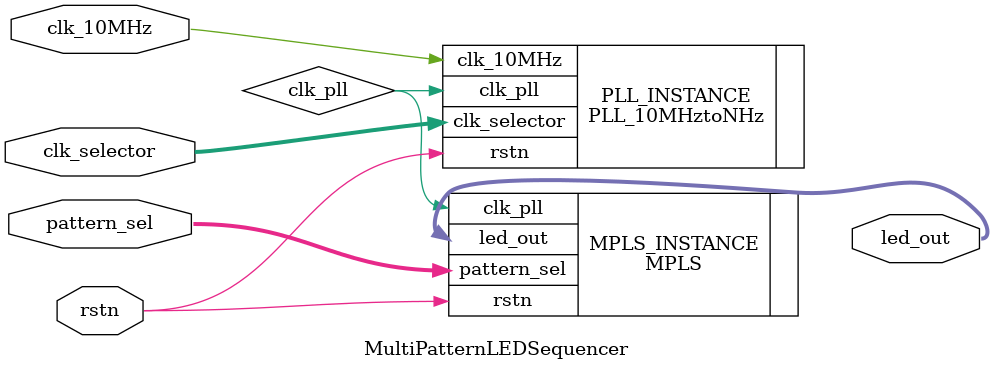
<source format=v>
module MultiPatternLEDSequencer (
    input wire clk_10MHz,
    input wire rstn,
    input wire [1:0] clk_selector,
    input wire [3:0] pattern_sel,
    output wire [7:0] led_out
);

wire clk_pll;

PLL_10MHztoNHz PLL_INSTANCE
(
.clk_10MHz(clk_10MHz),
.rstn(rstn),
.clk_selector(clk_selector),
.clk_pll(clk_pll)
);

MPLS MPLS_INSTANCE
(
.clk_pll(clk_pll),
.rstn(rstn),
.pattern_sel(pattern_sel),
.led_out(led_out)
);


endmodule

</source>
